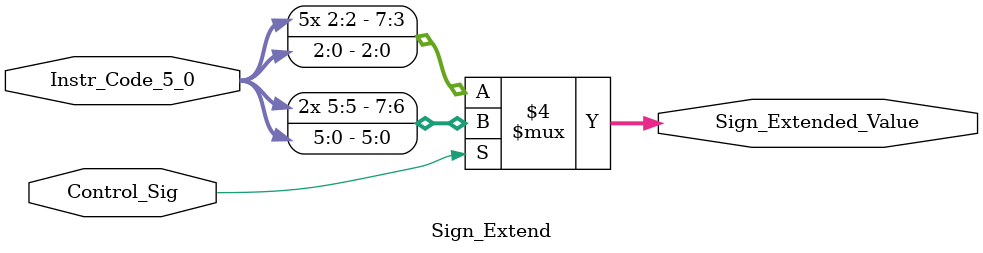
<source format=v>
`timescale 1ns / 1ps
module Sign_Extend(
    input [5:0] Instr_Code_5_0,
    input Control_Sig,
    output reg [7:0] Sign_Extended_Value
    );
	 	 
	 always @(Instr_Code_5_0,Control_Sig)
	 begin
	 if(Control_Sig == 1'b1)
		Sign_Extended_Value <= { {2{Instr_Code_5_0[5]}}, Instr_Code_5_0[5:0] };
	 else
		Sign_Extended_Value <= { {5{Instr_Code_5_0[2]}}, Instr_Code_5_0[2:0] };
	 end
	 
endmodule

</source>
